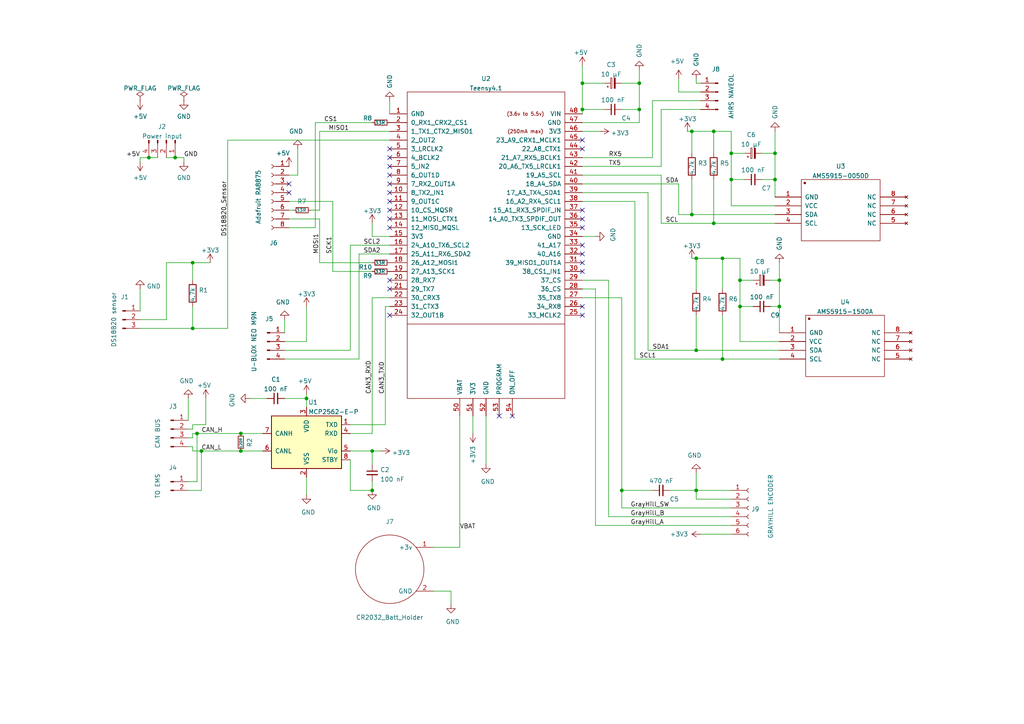
<source format=kicad_sch>
(kicad_sch (version 20211123) (generator eeschema)
  (paper "A4")
  (title_block (title "EFIS_03_KICAD6") (date "2022-03-29"))
  (lib_symbols
    (symbol "Connector:Conn_01x02_Male" (pin_names (offset 1.016) hide)
      (property "Reference" "J" (at 0 2.54 0))
      (property "Value" "Conn_01x02_Male" (at 0 -5.08 0))
      (symbol "Conn_01x02_Male_1_1"
        (polyline (pts (xy 1.27 -2.54) (xy 0.8636 -2.54)) (stroke (width 0.1524)))
        (polyline (pts (xy 1.27 0) (xy 0.8636 0)) (stroke (width 0.1524)))
        (rectangle (start 0.8636 -2.413) (end 0 -2.667) (stroke (width 0.1524)) (fill (type outline)))
        (rectangle (start 0.8636 0.127) (end 0 -0.127) (stroke (width 0.1524)) (fill (type outline)))
        (pin passive line (at 5.08 0 180) (length 3.81) (name "Pin_1") (number "1"))
        (pin passive line (at 5.08 -2.54 180) (length 3.81) (name "Pin_2") (number "2"))
      )
    )
    (symbol "Connector:Conn_01x03_Male" (pin_names (offset 1.016) hide)
      (property "Reference" "J" (at 0 5.08 0))
      (property "Value" "Conn_01x03_Male" (at 0 -5.08 0))
      (symbol "Conn_01x03_Male_1_1"
        (polyline (pts (xy 1.27 -2.54) (xy 0.8636 -2.54)) (stroke (width 0.1524)))
        (polyline (pts (xy 1.27 0) (xy 0.8636 0)) (stroke (width 0.1524)))
        (polyline (pts (xy 1.27 2.54) (xy 0.8636 2.54)) (stroke (width 0.1524)))
        (rectangle (start 0.8636 -2.413) (end 0 -2.667) (stroke (width 0.1524)) (fill (type outline)))
        (rectangle (start 0.8636 0.127) (end 0 -0.127) (stroke (width 0.1524)) (fill (type outline)))
        (rectangle (start 0.8636 2.667) (end 0 2.413) (stroke (width 0.1524)) (fill (type outline)))
        (pin passive line (at 5.08 2.54 180) (length 3.81) (name "Pin_1") (number "1"))
        (pin passive line (at 5.08 0 180) (length 3.81) (name "Pin_2") (number "2"))
        (pin passive line (at 5.08 -2.54 180) (length 3.81) (name "Pin_3") (number "3"))
      )
    )
    (symbol "Connector:Conn_01x04_Male" (pin_names (offset 1.016) hide)
      (property "Reference" "J" (at 0 5.08 0))
      (property "Value" "Conn_01x04_Male" (at 0 -7.62 0))
      (symbol "Conn_01x04_Male_1_1"
        (polyline (pts (xy 1.27 -5.08) (xy 0.8636 -5.08)) (stroke (width 0.1524)))
        (polyline (pts (xy 1.27 -2.54) (xy 0.8636 -2.54)) (stroke (width 0.1524)))
        (polyline (pts (xy 1.27 0) (xy 0.8636 0)) (stroke (width 0.1524)))
        (polyline (pts (xy 1.27 2.54) (xy 0.8636 2.54)) (stroke (width 0.1524)))
        (rectangle (start 0.8636 -4.953) (end 0 -5.207) (stroke (width 0.1524)) (fill (type outline)))
        (rectangle (start 0.8636 -2.413) (end 0 -2.667) (stroke (width 0.1524)) (fill (type outline)))
        (rectangle (start 0.8636 0.127) (end 0 -0.127) (stroke (width 0.1524)) (fill (type outline)))
        (rectangle (start 0.8636 2.667) (end 0 2.413) (stroke (width 0.1524)) (fill (type outline)))
        (pin passive line (at 5.08 2.54 180) (length 3.81) (name "Pin_1") (number "1"))
        (pin passive line (at 5.08 0 180) (length 3.81) (name "Pin_2") (number "2"))
        (pin passive line (at 5.08 -2.54 180) (length 3.81) (name "Pin_3") (number "3"))
        (pin passive line (at 5.08 -5.08 180) (length 3.81) (name "Pin_4") (number "4"))
      )
    )
    (symbol "Connector:Conn_01x06_Female" (pin_names (offset 1.016) hide)
      (property "Reference" "J" (at 0 7.62 0))
      (property "Value" "Conn_01x06_Female" (at 0 -10.16 0))
      (symbol "Conn_01x06_Female_1_1"
        (arc (start 0 -7.112) (mid -0.508 -7.62) (end 0 -8.128) (stroke (width 0.1524)))
        (arc (start 0 -4.572) (mid -0.508 -5.08) (end 0 -5.588) (stroke (width 0.1524)))
        (arc (start 0 -2.032) (mid -0.508 -2.54) (end 0 -3.048) (stroke (width 0.1524)))
        (polyline (pts (xy -1.27 -7.62) (xy -0.508 -7.62)) (stroke (width 0.1524)))
        (polyline (pts (xy -1.27 -5.08) (xy -0.508 -5.08)) (stroke (width 0.1524)))
        (polyline (pts (xy -1.27 -2.54) (xy -0.508 -2.54)) (stroke (width 0.1524)))
        (polyline (pts (xy -1.27 0) (xy -0.508 0)) (stroke (width 0.1524)))
        (polyline (pts (xy -1.27 2.54) (xy -0.508 2.54)) (stroke (width 0.1524)))
        (polyline (pts (xy -1.27 5.08) (xy -0.508 5.08)) (stroke (width 0.1524)))
        (arc (start 0 0.508) (mid -0.508 0) (end 0 -0.508) (stroke (width 0.1524)))
        (arc (start 0 3.048) (mid -0.508 2.54) (end 0 2.032) (stroke (width 0.1524)))
        (arc (start 0 5.588) (mid -0.508 5.08) (end 0 4.572) (stroke (width 0.1524)))
        (pin passive line (at -5.08 5.08 0) (length 3.81) (name "Pin_1") (number "1"))
        (pin passive line (at -5.08 2.54 0) (length 3.81) (name "Pin_2") (number "2"))
        (pin passive line (at -5.08 0 0) (length 3.81) (name "Pin_3") (number "3"))
        (pin passive line (at -5.08 -2.54 0) (length 3.81) (name "Pin_4") (number "4"))
        (pin passive line (at -5.08 -5.08 0) (length 3.81) (name "Pin_5") (number "5"))
        (pin passive line (at -5.08 -7.62 0) (length 3.81) (name "Pin_6") (number "6"))
      )
    )
    (symbol "Connector:Conn_01x08_Female" (pin_names (offset 1.016) hide)
      (property "Reference" "J" (at 0 10.16 0))
      (property "Value" "Conn_01x08_Female" (at 0 -12.7 0))
      (symbol "Conn_01x08_Female_1_1"
        (arc (start 0 -9.652) (mid -0.508 -10.16) (end 0 -10.668) (stroke (width 0.1524)))
        (arc (start 0 -7.112) (mid -0.508 -7.62) (end 0 -8.128) (stroke (width 0.1524)))
        (arc (start 0 -4.572) (mid -0.508 -5.08) (end 0 -5.588) (stroke (width 0.1524)))
        (arc (start 0 -2.032) (mid -0.508 -2.54) (end 0 -3.048) (stroke (width 0.1524)))
        (polyline (pts (xy -1.27 -10.16) (xy -0.508 -10.16)) (stroke (width 0.1524)))
        (polyline (pts (xy -1.27 -7.62) (xy -0.508 -7.62)) (stroke (width 0.1524)))
        (polyline (pts (xy -1.27 -5.08) (xy -0.508 -5.08)) (stroke (width 0.1524)))
        (polyline (pts (xy -1.27 -2.54) (xy -0.508 -2.54)) (stroke (width 0.1524)))
        (polyline (pts (xy -1.27 0) (xy -0.508 0)) (stroke (width 0.1524)))
        (polyline (pts (xy -1.27 2.54) (xy -0.508 2.54)) (stroke (width 0.1524)))
        (polyline (pts (xy -1.27 5.08) (xy -0.508 5.08)) (stroke (width 0.1524)))
        (polyline (pts (xy -1.27 7.62) (xy -0.508 7.62)) (stroke (width 0.1524)))
        (arc (start 0 0.508) (mid -0.508 0) (end 0 -0.508) (stroke (width 0.1524)))
        (arc (start 0 3.048) (mid -0.508 2.54) (end 0 2.032) (stroke (width 0.1524)))
        (arc (start 0 5.588) (mid -0.508 5.08) (end 0 4.572) (stroke (width 0.1524)))
        (arc (start 0 8.128) (mid -0.508 7.62) (end 0 7.112) (stroke (width 0.1524)))
        (pin passive line (at -5.08 7.62 0) (length 3.81) (name "Pin_1") (number "1"))
        (pin passive line (at -5.08 5.08 0) (length 3.81) (name "Pin_2") (number "2"))
        (pin passive line (at -5.08 2.54 0) (length 3.81) (name "Pin_3") (number "3"))
        (pin passive line (at -5.08 0 0) (length 3.81) (name "Pin_4") (number "4"))
        (pin passive line (at -5.08 -2.54 0) (length 3.81) (name "Pin_5") (number "5"))
        (pin passive line (at -5.08 -5.08 0) (length 3.81) (name "Pin_6") (number "6"))
        (pin passive line (at -5.08 -7.62 0) (length 3.81) (name "Pin_7") (number "7"))
        (pin passive line (at -5.08 -10.16 0) (length 3.81) (name "Pin_8") (number "8"))
      )
    )
    (symbol "Device:C_Polarized_Small" (pin_numbers hide) (pin_names (offset 0.254) hide)
      (property "Reference" "C" (at 0.254 1.778 0))
      (property "Value" "C_Polarized_Small" (at 0.254 -2.032 0))
      (symbol "C_Polarized_Small_0_1"
        (rectangle (start -1.524 -0.3048) (end 1.524 -0.6858) (fill (type outline)))
        (rectangle (start -1.524 0.6858) (end 1.524 0.3048))
        (polyline (pts (xy -1.27 1.524) (xy -0.762 1.524)))
        (polyline (pts (xy -1.016 1.27) (xy -1.016 1.778)))
      )
      (symbol "C_Polarized_Small_1_1"
        (pin passive line (at 0 2.54 270) (length 1.8542) (name "~") (number "1"))
        (pin passive line (at 0 -2.54 90) (length 1.8542) (name "~") (number "2"))
      )
    )
    (symbol "Device:C_Small" (pin_numbers hide) (pin_names (offset 0.254) hide)
      (property "Reference" "C" (at 0.254 1.778 0))
      (property "Value" "C_Small" (at 0.254 -2.032 0))
      (symbol "C_Small_0_1"
        (polyline (pts (xy -1.524 -0.508) (xy 1.524 -0.508)) (stroke (width 0.3302)))
        (polyline (pts (xy -1.524 0.508) (xy 1.524 0.508)) (stroke (width 0.3048)))
      )
      (symbol "C_Small_1_1"
        (pin passive line (at 0 2.54 270) (length 2.032) (name "~") (number "1"))
        (pin passive line (at 0 -2.54 90) (length 2.032) (name "~") (number "2"))
      )
    )
    (symbol "Device:R" (pin_numbers hide) (pin_names (offset 0))
      (property "Reference" "R" (at 2.032 0 90))
      (property "Value" "R" (at 0 0 90))
      (symbol "R_0_1"
        (rectangle (start -1.016 -2.54) (end 1.016 2.54) (stroke (width 0.254)))
      )
      (symbol "R_1_1"
        (pin passive line (at 0 3.81 270) (length 1.27) (name "~") (number "1"))
        (pin passive line (at 0 -3.81 90) (length 1.27) (name "~") (number "2"))
      )
    )
    (symbol "Device:R_Small" (pin_numbers hide) (pin_names (offset 0.254) hide)
      (property "Reference" "R" (at 0.762 0.508 0))
      (property "Value" "R_Small" (at 0.762 -1.016 0))
      (symbol "R_Small_0_1"
        (rectangle (start -0.762 1.778) (end 0.762 -1.778) (stroke (width 0.2032)))
      )
      (symbol "R_Small_1_1"
        (pin passive line (at 0 2.54 270) (length 0.762) (name "~") (number "1"))
        (pin passive line (at 0 -2.54 90) (length 0.762) (name "~") (number "2"))
      )
    )
    (symbol "Interface_CAN_LIN:MCP2562-E-P" (pin_names (offset 1.016))
      (property "Reference" "U" (at -10.16 8.89 0))
      (property "Value" "MCP2562-E-P" (at 2.54 8.89 0))
      (symbol "MCP2562-E-P_0_1"
        (rectangle (start -10.16 7.62) (end 10.16 -7.62) (stroke (width 0.254)) (fill (type background)))
      )
      (symbol "MCP2562-E-P_1_1"
        (pin input line (at -12.7 5.08 0) (length 2.54) (name "TXD") (number "1"))
        (pin power_in line (at 0 -10.16 90) (length 2.54) (name "VSS") (number "2"))
        (pin power_in line (at 0 10.16 270) (length 2.54) (name "VDD") (number "3"))
        (pin output line (at -12.7 2.54 0) (length 2.54) (name "RXD") (number "4"))
        (pin power_in line (at -12.7 -2.54 0) (length 2.54) (name "Vio") (number "5"))
        (pin bidirectional line (at 12.7 -2.54 180) (length 2.54) (name "CANL") (number "6"))
        (pin bidirectional line (at 12.7 2.54 180) (length 2.54) (name "CANH") (number "7"))
        (pin input line (at -12.7 -5.08 0) (length 2.54) (name "STBY") (number "8"))
      )
    )
    (symbol "My_Library:AMS5915-0050D" (pin_names (offset 1.016))
      (property "Reference" "U" (at 0 -2.54 0))
      (property "Value" "AMS5915-0050D" (at 0 -7.62 0))
      (symbol "AMS5915-0050D_0_1"
        (circle (center -10.414 7.874) (radius 0.2794) (fill (type outline)))
      )
      (symbol "AMS5915-0050D_1_0"
        (rectangle (start -11.43 -8.89) (end 11.43 8.89))
      )
      (symbol "AMS5915-0050D_1_1"
        (pin power_in line (at -19.05 3.81 0) (length 7.62) (name "GND") (number "1"))
        (pin power_in line (at -19.05 1.27 0) (length 7.62) (name "VCC") (number "2"))
        (pin open_collector line (at -19.05 -1.27 0) (length 7.62) (name "SDA") (number "3"))
        (pin open_collector line (at -19.05 -3.81 0) (length 7.62) (name "SCL") (number "4"))
        (pin no_connect line (at 19.05 -3.81 180) (length 7.62) (name "NC") (number "5"))
        (pin no_connect line (at 19.05 -1.27 180) (length 7.62) (name "NC") (number "6"))
        (pin no_connect line (at 19.05 1.27 180) (length 7.62) (name "NC") (number "7"))
        (pin no_connect line (at 19.05 3.81 180) (length 7.62) (name "NC") (number "8"))
      )
    )
    (symbol "My_Library:AMS5915-1500A" (pin_names (offset 1.016))
      (property "Reference" "U" (at 0 -2.54 0))
      (property "Value" "AMS5915-1500A" (at 0 -7.62 0))
      (symbol "AMS5915-1500A_0_1"
        (circle (center -10.414 7.874) (radius 0.2794) (fill (type outline)))
      )
      (symbol "AMS5915-1500A_1_0"
        (rectangle (start -11.43 -8.89) (end 11.43 8.89))
      )
      (symbol "AMS5915-1500A_1_1"
        (pin power_in line (at -19.05 3.81 0) (length 7.62) (name "GND") (number "1"))
        (pin power_in line (at -19.05 1.27 0) (length 7.62) (name "VCC") (number "2"))
        (pin open_collector line (at -19.05 -1.27 0) (length 7.62) (name "SDA") (number "3"))
        (pin open_collector line (at -19.05 -3.81 0) (length 7.62) (name "SCL") (number "4"))
        (pin no_connect line (at 19.05 -3.81 180) (length 7.62) (name "NC") (number "5"))
        (pin no_connect line (at 19.05 -1.27 180) (length 7.62) (name "NC") (number "6"))
        (pin no_connect line (at 19.05 1.27 180) (length 7.62) (name "NC") (number "7"))
        (pin no_connect line (at 19.05 3.81 180) (length 7.62) (name "NC") (number "8"))
      )
    )
    (symbol "My_Library:CR2032_Batt_Holder" (pin_names (offset 1.016))
      (property "Reference" "J" (at -1.27 2.54 0))
      (property "Value" "CR2032_Batt_Holder" (at 0 0 0))
      (symbol "CR2032_Batt_Holder_0_0"
        (pin bidirectional line (at 12.7 -7.62 180) (length 5.08) (name "+3v") (number "1"))
        (pin passive line (at 12.7 -20.32 180) (length 5.08) (name "GND") (number "2"))
      )
      (symbol "CR2032_Batt_Holder_0_1"
        (circle (center 0 -13.97) (radius 9.9314))
      )
    )
    (symbol "power:+3.3V" (power) (pin_names (offset 0))
      (property "Value" "+3.3V" (at 0 3.556 0))
      (symbol "+3.3V_0_1"
        (polyline (pts (xy -0.762 1.27) (xy 0 2.54)))
        (polyline (pts (xy 0 0) (xy 0 2.54)))
        (polyline (pts (xy 0 2.54) (xy 0.762 1.27)))
      )
      (symbol "+3.3V_1_1"
        (pin power_in line (at 0 0 90) (length 0) hide (name "+3V3") (number "1"))
      )
    )
    (symbol "power:+5V" (power) (pin_names (offset 0))
      (property "Value" "+5V" (at 0 3.556 0))
      (symbol "+5V_0_1"
        (polyline (pts (xy -0.762 1.27) (xy 0 2.54)))
        (polyline (pts (xy 0 0) (xy 0 2.54)))
        (polyline (pts (xy 0 2.54) (xy 0.762 1.27)))
      )
      (symbol "+5V_1_1"
        (pin power_in line (at 0 0 90) (length 0) hide (name "+5V") (number "1"))
      )
    )
    (symbol "power:GND" (power) (pin_names (offset 0))
      (property "Value" "GND" (at 0 -3.81 0))
      (symbol "GND_0_1"
        (polyline (pts (xy 0 0) (xy 0 -1.27) (xy 1.27 -1.27) (xy 0 -2.54) (xy -1.27 -1.27) (xy 0 -1.27)))
      )
      (symbol "GND_1_1"
        (pin power_in line (at 0 0 270) (length 0) hide (name "GND") (number "1"))
      )
    )
    (symbol "power:PWR_FLAG" (power) (pin_numbers hide) (pin_names (offset 0) hide)
      (property "Value" "PWR_FLAG" (at 0 3.81 0))
      (symbol "PWR_FLAG_0_0"
        (pin power_out line (at 0 0 90) (length 0) (name "pwr") (number "1"))
      )
      (symbol "PWR_FLAG_0_1"
        (polyline (pts (xy 0 0) (xy 0 1.27) (xy -1.016 1.905) (xy 0 2.54) (xy 1.016 1.905) (xy 0 1.27)))
      )
    )
    (symbol "teensy:Teensy4.1" (pin_names (offset 1.016))
      (property "Reference" "U" (at 0 64.77 0))
      (property "Value" "Teensy4.1" (at 0 62.23 0))
      (symbol "Teensy4.1_0_0"
        (polyline (pts (xy -22.86 -6.35) (xy 22.86 -6.35)))
        (text "(250mA max)" (at 11.43 49.53 0) (effects (font (size 1.016 1.016))))
        (text "(3.6v to 5.5v)" (at 11.43 54.61 0) (effects (font (size 1.016 1.016))))
        (pin bidirectional line (at -27.94 31.75 0) (length 5.08) (name "8_TX2_IN1") (number "10"))
        (pin bidirectional line (at -27.94 29.21 0) (length 5.08) (name "9_OUT1C") (number "11"))
        (pin bidirectional line (at -27.94 26.67 0) (length 5.08) (name "10_CS_MQSR") (number "12"))
        (pin bidirectional line (at -27.94 24.13 0) (length 5.08) (name "11_MOSI_CTX1") (number "13"))
        (pin bidirectional line (at -27.94 21.59 0) (length 5.08) (name "12_MISO_MQSL") (number "14"))
        (pin input line (at -27.94 19.05 0) (length 5.08) (name "3V3") (number "15"))
        (pin bidirectional line (at -27.94 16.51 0) (length 5.08) (name "24_A10_TX6_SCL2") (number "16"))
        (pin bidirectional line (at -27.94 13.97 0) (length 5.08) (name "25_A11_RX6_SDA2") (number "17"))
        (pin bidirectional line (at -27.94 11.43 0) (length 5.08) (name "26_A12_MOSI1") (number "18"))
        (pin bidirectional line (at -27.94 8.89 0) (length 5.08) (name "27_A13_SCK1") (number "19"))
        (pin bidirectional line (at -27.94 6.35 0) (length 5.08) (name "28_RX7") (number "20"))
        (pin bidirectional line (at -27.94 3.81 0) (length 5.08) (name "29_TX7") (number "21"))
        (pin bidirectional line (at -27.94 1.27 0) (length 5.08) (name "30_CRX3") (number "22"))
        (pin bidirectional line (at -27.94 -1.27 0) (length 5.08) (name "31_CTX3") (number "23"))
        (pin bidirectional line (at -27.94 -3.81 0) (length 5.08) (name "32_OUT1B") (number "24"))
        (pin bidirectional line (at 27.94 -3.81 180) (length 5.08) (name "33_MCLK2") (number "25"))
        (pin bidirectional line (at 27.94 -1.27 180) (length 5.08) (name "34_RX8") (number "26"))
        (pin bidirectional line (at 27.94 1.27 180) (length 5.08) (name "35_TX8") (number "27"))
        (pin bidirectional line (at 27.94 3.81 180) (length 5.08) (name "36_CS") (number "28"))
        (pin bidirectional line (at 27.94 6.35 180) (length 5.08) (name "37_CS") (number "29"))
        (pin bidirectional line (at 27.94 8.89 180) (length 5.08) (name "38_CS1_IN1") (number "30"))
        (pin bidirectional line (at 27.94 11.43 180) (length 5.08) (name "39_MISO1_OUT1A") (number "31"))
        (pin bidirectional line (at 27.94 13.97 180) (length 5.08) (name "40_A16") (number "32"))
        (pin bidirectional line (at 27.94 16.51 180) (length 5.08) (name "41_A17") (number "33"))
        (pin bidirectional line (at 27.94 21.59 180) (length 5.08) (name "13_SCK_LED") (number "35"))
        (pin bidirectional line (at 27.94 24.13 180) (length 5.08) (name "14_A0_TX3_SPDIF_OUT") (number "36"))
        (pin bidirectional line (at 27.94 26.67 180) (length 5.08) (name "15_A1_RX3_SPDIF_IN") (number "37"))
        (pin bidirectional line (at 27.94 29.21 180) (length 5.08) (name "16_A2_RX4_SCL1") (number "38"))
        (pin bidirectional line (at 27.94 31.75 180) (length 5.08) (name "17_A3_TX4_SDA1") (number "39"))
        (pin bidirectional line (at 27.94 34.29 180) (length 5.08) (name "18_A4_SDA") (number "40"))
        (pin bidirectional line (at 27.94 36.83 180) (length 5.08) (name "19_A5_SCL") (number "41"))
        (pin bidirectional line (at 27.94 39.37 180) (length 5.08) (name "20_A6_TX5_LRCLK1") (number "42"))
        (pin bidirectional line (at 27.94 41.91 180) (length 5.08) (name "21_A7_RX5_BCLK1") (number "43"))
        (pin bidirectional line (at 27.94 44.45 180) (length 5.08) (name "22_A8_CTX1") (number "44"))
        (pin bidirectional line (at 27.94 46.99 180) (length 5.08) (name "23_A9_CRX1_MCLK1") (number "45"))
        (pin power_out line (at 27.94 49.53 180) (length 5.08) (name "3V3") (number "46"))
        (pin power_in line (at 27.94 52.07 180) (length 5.08) (name "GND") (number "47"))
        (pin power_in line (at 27.94 54.61 180) (length 5.08) (name "VIN") (number "48"))
        (pin bidirectional line (at -27.94 44.45 0) (length 5.08) (name "3_LRCLK2") (number "5"))
        (pin bidirectional line (at -7.62 -33.02 90) (length 5.08) (name "VBAT") (number "50"))
        (pin input line (at -3.81 -33.02 90) (length 5.08) (name "3V3") (number "51"))
        (pin power_in line (at 0 -33.02 90) (length 5.08) (name "GND") (number "52"))
        (pin input line (at 3.81 -33.02 90) (length 5.08) (name "PROGRAM") (number "53"))
        (pin input line (at 7.62 -33.02 90) (length 5.08) (name "ON_OFF") (number "54"))
        (pin bidirectional line (at -27.94 41.91 0) (length 5.08) (name "4_BCLK2") (number "6"))
        (pin bidirectional line (at -27.94 39.37 0) (length 5.08) (name "5_IN2") (number "7"))
        (pin bidirectional line (at -27.94 36.83 0) (length 5.08) (name "6_OUT1D") (number "8"))
        (pin bidirectional line (at -27.94 34.29 0) (length 5.08) (name "7_RX2_OUT1A") (number "9"))
      )
      (symbol "Teensy4.1_0_1"
        (rectangle (start -22.86 60.96) (end 22.86 -27.94))
        (rectangle (start -20.32 -1.27) (end -20.32 -1.27))
      )
      (symbol "Teensy4.1_1_1"
        (pin power_in line (at -27.94 54.61 0) (length 5.08) (name "GND") (number "1"))
        (pin bidirectional line (at -27.94 52.07 0) (length 5.08) (name "0_RX1_CRX2_CS1") (number "2"))
        (pin bidirectional line (at -27.94 49.53 0) (length 5.08) (name "1_TX1_CTX2_MISO1") (number "3"))
        (pin power_in line (at 27.94 19.05 180) (length 5.08) (name "GND") (number "34"))
        (pin bidirectional line (at -27.94 46.99 0) (length 5.08) (name "2_OUT2") (number "4"))
      )
    )
  )
  (junction (at 185.42 31.75))
  (junction (at 69.85 130.81))
  (junction (at 214.63 81.28))
  (junction (at 168.91 24.13))
  (junction (at 107.95 142.24))
  (junction (at 224.79 52.07))
  (junction (at 207.01 38.1))
  (junction (at 88.9 115.57))
  (junction (at 55.88 95.25))
  (junction (at 200.66 62.23))
  (junction (at 107.95 130.81))
  (junction (at 55.88 76.2))
  (junction (at 201.93 142.24))
  (junction (at 226.06 88.9))
  (junction (at 226.06 81.28))
  (junction (at 201.93 101.6))
  (junction (at 200.66 38.1))
  (junction (at 180.34 142.24))
  (junction (at 69.85 125.73))
  (junction (at 57.15 125.73))
  (junction (at 212.09 44.45))
  (junction (at 168.91 31.75))
  (junction (at 58.42 130.81))
  (junction (at 214.63 88.9))
  (junction (at 209.55 74.93))
  (junction (at 224.79 44.45))
  (junction (at 50.8 45.72))
  (junction (at 207.01 64.77))
  (junction (at 43.18 45.72))
  (junction (at 201.93 74.93))
  (junction (at 212.09 52.07))
  (junction (at 185.42 24.13))
  (junction (at 209.55 104.14))
  (no_connect (at 113.03 55.88))
  (no_connect (at 113.03 58.42))
  (no_connect (at 113.03 60.96))
  (no_connect (at 113.03 63.5))
  (no_connect (at 113.03 66.04))
  (no_connect (at 113.03 43.18))
  (no_connect (at 113.03 45.72))
  (no_connect (at 113.03 48.26))
  (no_connect (at 113.03 50.8))
  (no_connect (at 113.03 53.34))
  (no_connect (at 113.03 81.28))
  (no_connect (at 113.03 83.82))
  (no_connect (at 113.03 91.44))
  (no_connect (at 148.59 120.65))
  (no_connect (at 144.78 120.65))
  (no_connect (at 168.91 43.18))
  (no_connect (at 168.91 40.64))
  (no_connect (at 168.91 73.66))
  (no_connect (at 168.91 71.12))
  (no_connect (at 168.91 66.04))
  (no_connect (at 168.91 63.5))
  (no_connect (at 168.91 60.96))
  (no_connect (at 168.91 91.44))
  (no_connect (at 168.91 88.9))
  (no_connect (at 168.91 78.74))
  (no_connect (at 168.91 76.2))
  (no_connect (at 83.82 53.34))
  (no_connect (at 83.82 55.88))
  (wire (pts (xy 189.23 45.72) (xy 168.91 45.72)))
  (wire (pts (xy 55.88 127) (xy 55.88 125.73)))
  (wire (pts (xy 201.93 74.93) (xy 209.55 74.93)))
  (wire (pts (xy 214.63 88.9) (xy 214.63 99.06)))
  (wire (pts (xy 200.66 62.23) (xy 196.85 62.23)))
  (wire (pts (xy 92.71 60.96) (xy 92.71 38.1)))
  (wire (pts (xy 168.91 31.75) (xy 175.26 31.75)))
  (wire (pts (xy 83.82 66.04) (xy 91.44 66.04)))
  (wire (pts (xy 40.64 83.82) (xy 40.64 90.17)))
  (wire (pts (xy 212.09 147.32) (xy 180.34 147.32)))
  (wire (pts (xy 88.9 99.06) (xy 88.9 88.9)))
  (wire (pts (xy 168.91 24.13) (xy 168.91 31.75)))
  (wire (pts (xy 88.9 115.57) (xy 88.9 118.11)))
  (wire (pts (xy 224.79 44.45) (xy 224.79 52.07)))
  (wire (pts (xy 72.39 115.57) (xy 77.47 115.57)))
  (wire (pts (xy 55.88 124.46) (xy 54.61 124.46)))
  (wire (pts (xy 207.01 38.1) (xy 212.09 38.1)))
  (wire (pts (xy 212.09 52.07) (xy 212.09 59.69)))
  (wire (pts (xy 40.64 95.25) (xy 55.88 95.25)))
  (wire (pts (xy 223.52 88.9) (xy 226.06 88.9)))
  (wire (pts (xy 212.09 144.78) (xy 201.93 144.78)))
  (wire (pts (xy 113.03 29.21) (xy 113.03 33.02)))
  (wire (pts (xy 48.26 92.71) (xy 48.26 76.2)))
  (wire (pts (xy 220.98 44.45) (xy 224.79 44.45)))
  (wire (pts (xy 168.91 38.1) (xy 173.99 38.1)))
  (wire (pts (xy 168.91 55.88) (xy 187.96 55.88)))
  (wire (pts (xy 83.82 60.96) (xy 85.09 60.96)))
  (wire (pts (xy 214.63 99.06) (xy 226.06 99.06)))
  (wire (pts (xy 226.06 81.28) (xy 226.06 88.9)))
  (wire (pts (xy 200.66 38.1) (xy 207.01 38.1)))
  (wire (pts (xy 111.76 123.19) (xy 111.76 88.9)))
  (wire (pts (xy 54.61 127) (xy 55.88 127)))
  (wire (pts (xy 207.01 64.77) (xy 191.77 64.77)))
  (wire (pts (xy 86.36 43.18) (xy 86.36 50.8)))
  (wire (pts (xy 212.09 52.07) (xy 215.9 52.07)))
  (wire (pts (xy 133.35 158.75) (xy 125.73 158.75)))
  (wire (pts (xy 203.2 29.21) (xy 189.23 29.21)))
  (wire (pts (xy 50.8 45.72) (xy 53.34 45.72)))
  (wire (pts (xy 212.09 59.69) (xy 224.79 59.69)))
  (wire (pts (xy 224.79 62.23) (xy 200.66 62.23)))
  (wire (pts (xy 168.91 68.58) (xy 172.72 68.58)))
  (wire (pts (xy 201.93 24.13) (xy 203.2 24.13)))
  (wire (pts (xy 168.91 35.56) (xy 185.42 35.56)))
  (wire (pts (xy 203.2 31.75) (xy 191.77 31.75)))
  (wire (pts (xy 57.15 139.7) (xy 54.61 139.7)))
  (wire (pts (xy 185.42 35.56) (xy 185.42 31.75)))
  (wire (pts (xy 96.52 78.74) (xy 107.95 78.74)))
  (wire (pts (xy 201.93 142.24) (xy 212.09 142.24)))
  (wire (pts (xy 201.93 144.78) (xy 201.93 142.24)))
  (wire (pts (xy 176.53 81.28) (xy 168.91 81.28)))
  (wire (pts (xy 59.69 123.19) (xy 55.88 123.19)))
  (wire (pts (xy 92.71 76.2) (xy 107.95 76.2)))
  (wire (pts (xy 101.6 133.35) (xy 101.6 142.24)))
  (wire (pts (xy 212.09 149.86) (xy 176.53 149.86)))
  (wire (pts (xy 57.15 125.73) (xy 69.85 125.73)))
  (wire (pts (xy 180.34 147.32) (xy 180.34 142.24)))
  (wire (pts (xy 207.01 52.07) (xy 207.01 64.77)))
  (wire (pts (xy 212.09 44.45) (xy 212.09 52.07)))
  (wire (pts (xy 207.01 38.1) (xy 207.01 44.45)))
  (wire (pts (xy 200.66 38.1) (xy 200.66 44.45)))
  (wire (pts (xy 224.79 64.77) (xy 207.01 64.77)))
  (wire (pts (xy 212.09 152.4) (xy 172.72 152.4)))
  (wire (pts (xy 58.42 130.81) (xy 58.42 142.24)))
  (wire (pts (xy 54.61 129.54) (xy 55.88 129.54)))
  (wire (pts (xy 43.18 45.72) (xy 40.64 45.72)))
  (wire (pts (xy 201.93 137.16) (xy 201.93 142.24)))
  (wire (pts (xy 201.93 101.6) (xy 226.06 101.6)))
  (wire (pts (xy 168.91 58.42) (xy 184.15 58.42)))
  (wire (pts (xy 187.96 55.88) (xy 187.96 101.6)))
  (wire (pts (xy 55.88 123.19) (xy 55.88 124.46)))
  (wire (pts (xy 48.26 45.72) (xy 50.8 45.72)))
  (wire (pts (xy 168.91 24.13) (xy 175.26 24.13)))
  (wire (pts (xy 209.55 104.14) (xy 184.15 104.14)))
  (wire (pts (xy 172.72 83.82) (xy 172.72 152.4)))
  (wire (pts (xy 82.55 115.57) (xy 88.9 115.57)))
  (wire (pts (xy 130.81 171.45) (xy 130.81 175.26)))
  (wire (pts (xy 96.52 58.42) (xy 96.52 78.74)))
  (wire (pts (xy 200.66 52.07) (xy 200.66 62.23)))
  (wire (pts (xy 92.71 38.1) (xy 113.03 38.1)))
  (wire (pts (xy 69.85 125.73) (xy 76.2 125.73)))
  (wire (pts (xy 113.03 40.64) (xy 66.04 40.64)))
  (wire (pts (xy 57.15 125.73) (xy 57.15 139.7)))
  (wire (pts (xy 187.96 101.6) (xy 201.93 101.6)))
  (wire (pts (xy 101.6 130.81) (xy 107.95 130.81)))
  (wire (pts (xy 191.77 64.77) (xy 191.77 50.8)))
  (wire (pts (xy 172.72 83.82) (xy 168.91 83.82)))
  (wire (pts (xy 55.88 76.2) (xy 60.96 76.2)))
  (wire (pts (xy 201.93 22.86) (xy 201.93 24.13)))
  (wire (pts (xy 224.79 52.07) (xy 224.79 57.15)))
  (wire (pts (xy 107.95 139.7) (xy 107.95 142.24)))
  (wire (pts (xy 194.31 142.24) (xy 201.93 142.24)))
  (wire (pts (xy 140.97 120.65) (xy 140.97 134.62)))
  (wire (pts (xy 111.76 88.9) (xy 113.03 88.9)))
  (wire (pts (xy 55.88 88.9) (xy 55.88 95.25)))
  (wire (pts (xy 90.17 60.96) (xy 92.71 60.96)))
  (wire (pts (xy 83.82 63.5) (xy 92.71 63.5)))
  (wire (pts (xy 226.06 76.2) (xy 226.06 81.28)))
  (wire (pts (xy 58.42 130.81) (xy 69.85 130.81)))
  (wire (pts (xy 214.63 88.9) (xy 218.44 88.9)))
  (wire (pts (xy 101.6 71.12) (xy 113.03 71.12)))
  (wire (pts (xy 168.91 86.36) (xy 180.34 86.36)))
  (wire (pts (xy 201.93 74.93) (xy 201.93 83.82)))
  (wire (pts (xy 168.91 31.75) (xy 168.91 33.02)))
  (wire (pts (xy 54.61 115.57) (xy 54.61 121.92)))
  (wire (pts (xy 55.88 125.73) (xy 57.15 125.73)))
  (wire (pts (xy 137.16 120.65) (xy 137.16 125.73)))
  (wire (pts (xy 180.34 31.75) (xy 185.42 31.75)))
  (wire (pts (xy 43.18 45.72) (xy 45.72 45.72)))
  (wire (pts (xy 104.14 104.14) (xy 104.14 73.66)))
  (wire (pts (xy 133.35 120.65) (xy 133.35 158.75)))
  (wire (pts (xy 196.85 22.86) (xy 196.85 26.67)))
  (wire (pts (xy 40.64 45.72) (xy 40.64 46.99)))
  (wire (pts (xy 107.95 125.73) (xy 107.95 86.36)))
  (wire (pts (xy 184.15 104.14) (xy 184.15 58.42)))
  (wire (pts (xy 53.34 45.72) (xy 53.34 46.99)))
  (wire (pts (xy 88.9 138.43) (xy 88.9 143.51)))
  (wire (pts (xy 91.44 66.04) (xy 91.44 35.56)))
  (wire (pts (xy 180.34 24.13) (xy 185.42 24.13)))
  (wire (pts (xy 214.63 81.28) (xy 214.63 88.9)))
  (wire (pts (xy 59.69 115.57) (xy 59.69 123.19)))
  (wire (pts (xy 201.93 91.44) (xy 201.93 101.6)))
  (wire (pts (xy 196.85 53.34) (xy 168.91 53.34)))
  (wire (pts (xy 125.73 171.45) (xy 130.81 171.45)))
  (wire (pts (xy 196.85 62.23) (xy 196.85 53.34)))
  (wire (pts (xy 48.26 76.2) (xy 55.88 76.2)))
  (wire (pts (xy 196.85 26.67) (xy 203.2 26.67)))
  (wire (pts (xy 223.52 81.28) (xy 226.06 81.28)))
  (wire (pts (xy 180.34 142.24) (xy 180.34 86.36)))
  (wire (pts (xy 40.64 92.71) (xy 48.26 92.71)))
  (wire (pts (xy 191.77 50.8) (xy 168.91 50.8)))
  (wire (pts (xy 82.55 101.6) (xy 101.6 101.6)))
  (wire (pts (xy 185.42 24.13) (xy 185.42 20.32)))
  (wire (pts (xy 220.98 52.07) (xy 224.79 52.07)))
  (wire (pts (xy 224.79 38.1) (xy 224.79 44.45)))
  (wire (pts (xy 55.88 76.2) (xy 55.88 81.28)))
  (wire (pts (xy 199.39 38.1) (xy 200.66 38.1)))
  (wire (pts (xy 226.06 104.14) (xy 209.55 104.14)))
  (wire (pts (xy 212.09 44.45) (xy 215.9 44.45)))
  (wire (pts (xy 107.95 130.81) (xy 110.49 130.81)))
  (wire (pts (xy 168.91 19.05) (xy 168.91 24.13)))
  (wire (pts (xy 107.95 64.77) (xy 107.95 68.58)))
  (wire (pts (xy 101.6 101.6) (xy 101.6 71.12)))
  (wire (pts (xy 101.6 123.19) (xy 111.76 123.19)))
  (wire (pts (xy 101.6 142.24) (xy 107.95 142.24)))
  (wire (pts (xy 82.55 99.06) (xy 88.9 99.06)))
  (wire (pts (xy 107.95 68.58) (xy 113.03 68.58)))
  (wire (pts (xy 82.55 104.14) (xy 104.14 104.14)))
  (wire (pts (xy 82.55 92.71) (xy 82.55 96.52)))
  (wire (pts (xy 91.44 35.56) (xy 107.95 35.56)))
  (wire (pts (xy 209.55 91.44) (xy 209.55 104.14)))
  (wire (pts (xy 86.36 50.8) (xy 83.82 50.8)))
  (wire (pts (xy 83.82 58.42) (xy 96.52 58.42)))
  (wire (pts (xy 214.63 81.28) (xy 218.44 81.28)))
  (wire (pts (xy 189.23 29.21) (xy 189.23 45.72)))
  (wire (pts (xy 191.77 31.75) (xy 191.77 48.26)))
  (wire (pts (xy 55.88 95.25) (xy 66.04 95.25)))
  (wire (pts (xy 168.91 48.26) (xy 191.77 48.26)))
  (wire (pts (xy 209.55 74.93) (xy 214.63 74.93)))
  (wire (pts (xy 212.09 38.1) (xy 212.09 44.45)))
  (wire (pts (xy 214.63 74.93) (xy 214.63 81.28)))
  (wire (pts (xy 226.06 88.9) (xy 226.06 96.52)))
  (wire (pts (xy 88.9 114.3) (xy 88.9 115.57)))
  (wire (pts (xy 69.85 130.81) (xy 76.2 130.81)))
  (wire (pts (xy 107.95 86.36) (xy 113.03 86.36)))
  (wire (pts (xy 107.95 130.81) (xy 107.95 134.62)))
  (wire (pts (xy 66.04 40.64) (xy 66.04 95.25)))
  (wire (pts (xy 92.71 63.5) (xy 92.71 76.2)))
  (wire (pts (xy 185.42 31.75) (xy 185.42 24.13)))
  (wire (pts (xy 203.2 154.94) (xy 212.09 154.94)))
  (wire (pts (xy 104.14 73.66) (xy 113.03 73.66)))
  (wire (pts (xy 55.88 129.54) (xy 55.88 130.81)))
  (wire (pts (xy 200.66 74.93) (xy 201.93 74.93)))
  (wire (pts (xy 58.42 142.24) (xy 54.61 142.24)))
  (wire (pts (xy 180.34 142.24) (xy 189.23 142.24)))
  (wire (pts (xy 55.88 130.81) (xy 58.42 130.81)))
  (wire (pts (xy 176.53 81.28) (xy 176.53 149.86)))
  (wire (pts (xy 209.55 74.93) (xy 209.55 83.82)))
  (wire (pts (xy 101.6 125.73) (xy 107.95 125.73)))
  (label "TX5" (at 176.53 48.26 0))
  (label "CAN_L" (at 58.42 130.81 0))
  (label "SCL" (at 193.04 64.77 0))
  (label "GND" (at 53.34 45.72 0))
  (label "GrayHill_SW" (at 182.88 147.32 0))
  (label "CAN_H" (at 58.42 125.73 0))
  (label "SCL2" (at 105.41 71.12 0))
  (label "GrayHill_A" (at 182.88 152.4 0))
  (label "CAN3_RXD" (at 107.95 114.3 90))
  (label "DS18B20_Sensor" (at 66.04 68.58 90))
  (label "SDA" (at 193.04 53.34 0))
  (label "RX5" (at 176.53 45.72 0))
  (label "SCK1" (at 96.52 73.66 90))
  (label "SCL1" (at 185.42 104.14 0))
  (label "CAN3_TXD" (at 111.76 114.3 90))
  (label "+5V" (at 40.64 45.72 180))
  (label "MOSI1" (at 92.71 73.66 90))
  (label "GrayHill_B" (at 182.88 149.86 0))
  (label "SDA1" (at 189.23 101.6 0))
  (label "CS1" (at 93.98 35.56 0))
  (label "VBAT" (at 133.35 153.67 0))
  (label "SDA2" (at 105.41 73.66 0))
  (label "MISO1" (at 95.25 38.1 0))
  (symbol (lib_id "teensy:Teensy4.1") (at 140.97 87.63 0) (unit 1)
    (property "Reference" "U2" (at 140.97 22.8305 0))
    (property "Value" "Teensy4.1" (at 140.97 25.6056 0))
    (property "Footprint" "teensy:Teensy41" (effects hide))
  )
  (symbol (lib_id "power:GND") (at 172.72 68.58 90) (unit 1)
    (property "Reference" "#PWR023" (effects hide))
    (property "Value" "GND" (at 177.8 66.04 0) (effects (justify right)))
  )
  (symbol (lib_id "Connector:Conn_01x04_Male") (at 208.28 26.67 0) (mirror y) (unit 1)
    (property "Reference" "J8" (at 207.645 20.0873 0))
    (property "Value" "AHRS NAVEOL" (at 212.09 27.94 90))
    (property "Footprint" "Connector_Molex:Molex_KK-254_AE-6410-04A_1x04_P2.54mm_Vertical" (effects hide))
  )
  (symbol (lib_id "Device:R_Small") (at 69.85 128.27 180) (unit 1)
    (property "Reference" "R2" (at 72.39 127 90) (effects (justify left)))
    (property "Value" "120R" (at 69.85 127 90) (effects (font (size 0.75 0.75)) (justify left)))
    (property "Footprint" "Resistor_SMD:R_1210_3225Metric_Pad1.30x2.65mm_HandSolder" (effects hide))
  )
  (symbol (lib_id "power:GND") (at 140.97 134.62 0) (unit 1)
    (property "Reference" "#PWR021" (effects hide))
    (property "Value" "GND" (at 143.51 139.7 0) (effects (justify right)))
  )
  (symbol (lib_id "Device:R") (at 200.66 48.26 0) (unit 1)
    (property "Reference" "R3" (at 202.438 47.3515 0) (effects (justify left)))
    (property "Value" "4.7k" (at 200.66 50.8 90) (effects (justify left)))
    (property "Footprint" "Resistor_SMD:R_1206_3216Metric_Pad1.30x1.75mm_HandSolder" (effects hide))
  )
  (symbol (lib_id "My_Library:AMS5915-1500A") (at 245.11 100.33 0) (unit 1)
    (property "Reference" "U4" (at 245.11 87.6005 0))
    (property "Value" "AMS5915-1500A" (at 245.11 90.3756 0))
    (property "Footprint" "teensy:doublePinSocket_2x04_P2.54mm_Vertical_W15.24mm" (effects hide))
  )
  (symbol (lib_id "Device:C_Small") (at 80.01 115.57 90) (unit 1)
    (property "Reference" "C1" (at 80.0163 110.0414 90))
    (property "Value" "100 nF" (at 80.0163 112.8165 90))
    (property "Footprint" "Capacitor_SMD:C_1206_3216Metric_Pad1.33x1.80mm_HandSolder" (effects hide))
  )
  (symbol (lib_id "power:GND") (at 107.95 142.24 0) (unit 1)
    (property "Reference" "#PWR016" (effects hide))
    (property "Value" "GND" (at 110.49 147.32 0) (effects (justify right)))
  )
  (symbol (lib_id "Connector:Conn_01x04_Male") (at 48.26 40.64 270) (unit 1)
    (property "Reference" "J2" (at 46.99 36.7243 90))
    (property "Value" "Power input" (at 46.99 39.4994 90))
    (property "Footprint" "Connector_Molex:Molex_KK-254_AE-6410-04A_1x04_P2.54mm_Vertical" (effects hide))
  )
  (symbol (lib_id "Device:R") (at 209.55 87.63 0) (unit 1)
    (property "Reference" "R6" (at 211.328 86.7215 0) (effects (justify left)))
    (property "Value" "4.7k" (at 209.55 90.17 90) (effects (justify left)))
    (property "Footprint" "Resistor_SMD:R_1206_3216Metric_Pad1.30x1.75mm_HandSolder" (effects hide))
  )
  (symbol (lib_id "Device:R") (at 207.01 48.26 0) (unit 1)
    (property "Reference" "R5" (at 208.788 47.3515 0) (effects (justify left)))
    (property "Value" "4.7k" (at 207.01 50.8 90) (effects (justify left)))
    (property "Footprint" "Resistor_SMD:R_1206_3216Metric_Pad1.30x1.75mm_HandSolder" (effects hide))
  )
  (symbol (lib_id "Connector:Conn_01x04_Male") (at 49.53 124.46 0) (unit 1)
    (property "Reference" "J3" (at 50.165 117.8773 0))
    (property "Value" "CAN BUS" (at 45.72 125.73 90))
    (property "Footprint" "Connector_Molex:Molex_KK-254_AE-6410-04A_1x04_P2.54mm_Vertical" (effects hide))
  )
  (symbol (lib_id "power:GND") (at 130.81 175.26 0) (unit 1)
    (property "Reference" "#PWR019" (effects hide))
    (property "Value" "GND" (at 133.35 180.34 0) (effects (justify right)))
  )
  (symbol (lib_id "power:GND") (at 185.42 20.32 180) (unit 1)
    (property "Reference" "#PWR025" (effects hide))
    (property "Value" "GND" (at 185.42 12.7 90) (effects (justify left)))
  )
  (symbol (lib_id "Device:R_Small") (at 110.49 35.56 90) (unit 1)
    (property "Reference" "R8" (at 107.95 34.29 90) (effects (justify left)))
    (property "Value" "33R" (at 111.76 35.56 90) (effects (font (size 1 1)) (justify left)))
    (property "Footprint" "Resistor_SMD:R_1206_3216Metric_Pad1.30x1.75mm_HandSolder" (effects hide))
  )
  (symbol (lib_id "power:+3.3V") (at 137.16 125.73 180) (unit 1)
    (property "Reference" "#PWR020" (effects hide))
    (property "Value" "+3.3V" (at 137.16 134.62 90) (effects (justify right)))
  )
  (symbol (lib_id "Device:C_Small") (at 177.8 31.75 90) (unit 1)
    (property "Reference" "C4" (at 181.61 34.29 90))
    (property "Value" "100 nF" (at 177.8063 28.9965 90))
    (property "Footprint" "Capacitor_SMD:C_1206_3216Metric_Pad1.33x1.80mm_HandSolder" (effects hide))
  )
  (symbol (lib_id "power:+3.3V") (at 107.95 64.77 0) (unit 1)
    (property "Reference" "#PWR015" (effects hide))
    (property "Value" "+3.3V" (at 107.95 61.1655 0))
  )
  (symbol (lib_id "Device:C_Polarized_Small") (at 177.8 24.13 90) (unit 1)
    (property "Reference" "C3" (at 177.2539 18.7665 90))
    (property "Value" "10 µF" (at 177.2539 21.5416 90))
    (property "Footprint" "Capacitor_Tantalum_SMD:CP_EIA-7343-31_Kemet-D_Pad2.25x2.55mm_HandSolder" (effects hide))
  )
  (symbol (lib_id "Connector:Conn_01x04_Male") (at 77.47 99.06 0) (unit 1)
    (property "Reference" "J5" (at 78.105 92.4773 0))
    (property "Value" "U-BLOX NEO M9N" (at 73.66 99.06 90))
    (property "Footprint" "Connector_Molex:Molex_KK-254_AE-6410-04A_1x04_P2.54mm_Vertical" (effects hide))
  )
  (symbol (lib_id "power:GND") (at 226.06 76.2 180) (unit 1)
    (property "Reference" "#PWR033" (effects hide))
    (property "Value" "GND" (at 226.06 68.58 90) (effects (justify left)))
  )
  (symbol (lib_id "power:+5V") (at 168.91 19.05 0) (unit 1)
    (property "Reference" "#PWR022" (effects hide))
    (property "Value" "+5V" (at 166.37 15.24 0) (effects (justify left)))
  )
  (symbol (lib_id "Device:C_Polarized_Small") (at 218.44 44.45 90) (unit 1)
    (property "Reference" "C6" (at 217.8939 39.0865 90))
    (property "Value" "10 µF" (at 217.8939 41.8616 90))
    (property "Footprint" "Capacitor_Tantalum_SMD:CP_EIA-7343-31_Kemet-D_Pad2.25x2.55mm_HandSolder" (effects hide))
  )
  (symbol (lib_id "power:GND") (at 82.55 92.71 180) (unit 1)
    (property "Reference" "#PWR010" (effects hide))
    (property "Value" "GND" (at 80.01 87.63 0) (effects (justify right)))
  )
  (symbol (lib_id "power:+3.3V") (at 60.96 76.2 0) (unit 1)
    (property "Reference" "#PWR08" (effects hide))
    (property "Value" "+3.3V" (at 60.96 72.5955 0))
  )
  (symbol (lib_id "power:GND") (at 40.64 83.82 180) (unit 1)
    (property "Reference" "#PWR03" (effects hide))
    (property "Value" "GND" (at 42.545 83.029 0) (effects (justify right)))
  )
  (symbol (lib_id "power:+5V") (at 40.64 46.99 180) (unit 1)
    (property "Reference" "#PWR02" (effects hide))
    (property "Value" "+5V" (at 40.64 51.5525 0))
  )
  (symbol (lib_id "Connector:Conn_01x08_Female") (at 78.74 55.88 0) (mirror y) (unit 1)
    (property "Reference" "J6" (at 79.375 70.4637 0))
    (property "Value" "Adafruit RA8875" (at 74.93 57.15 90))
    (property "Footprint" "Connector_PinSocket_2.54mm:PinSocket_1x08_P2.54mm_Vertical" (effects hide))
  )
  (symbol (lib_id "My_Library:AMS5915-0050D") (at 243.84 60.96 0) (unit 1)
    (property "Reference" "U3" (at 243.84 48.2305 0))
    (property "Value" "AMS5915-0050D" (at 243.84 51.0056 0))
    (property "Footprint" "teensy:doublePinSocket_2x04_P2.54mm_Vertical_W15.24mm" (effects hide))
  )
  (symbol (lib_id "Device:R_Small") (at 110.49 76.2 90) (unit 1)
    (property "Reference" "R10" (at 107.95 77.47 90) (effects (justify left)))
    (property "Value" "33R" (at 111.76 76.2 90) (effects (font (size 1 1)) (justify left)))
    (property "Footprint" "Resistor_SMD:R_1206_3216Metric_Pad1.30x1.75mm_HandSolder" (effects hide))
  )
  (symbol (lib_id "power:GND") (at 113.03 29.21 180) (unit 1)
    (property "Reference" "#PWR018" (effects hide))
    (property "Value" "GND" (at 113.03 21.59 90) (effects (justify left)))
  )
  (symbol (lib_id "power:GND") (at 201.93 22.86 180) (unit 1)
    (property "Reference" "#PWR029" (effects hide))
    (property "Value" "GND" (at 201.93 15.24 90) (effects (justify left)))
  )
  (symbol (lib_id "Connector:Conn_01x06_Female") (at 217.17 147.32 0) (unit 1)
    (property "Reference" "J9" (at 217.8812 147.6815 0) (effects (justify left)))
    (property "Value" "GRAYHILL ENCODER" (at 223.52 156.21 90) (effects (justify left)))
    (property "Footprint" "SamacSys_Parts:3380686" (effects hide))
  )
  (symbol (lib_id "power:+5V") (at 83.82 48.26 0) (unit 1)
    (property "Reference" "#PWR011" (effects hide))
    (property "Value" "+5V" (at 80.01 44.45 0) (effects (justify left)))
  )
  (symbol (lib_id "Device:C_Small") (at 220.98 88.9 90) (unit 1)
    (property "Reference" "C9" (at 224.79 91.44 90))
    (property "Value" "100 nF" (at 220.9863 86.1465 90))
    (property "Footprint" "Capacitor_SMD:C_1206_3216Metric_Pad1.33x1.80mm_HandSolder" (effects hide))
  )
  (symbol (lib_id "power:+3.3V") (at 173.99 38.1 270) (unit 1)
    (property "Reference" "#PWR024" (effects hide))
    (property "Value" "+3.3V" (at 177.165 38.579 90) (effects (justify left)))
  )
  (symbol (lib_id "power:GND") (at 53.34 46.99 0) (unit 1)
    (property "Reference" "#PWR05" (effects hide))
    (property "Value" "GND" (at 53.34 51.5525 0))
  )
  (symbol (lib_id "power:+5V") (at 59.69 115.57 0) (unit 1)
    (property "Reference" "#PWR07" (effects hide))
    (property "Value" "+5V" (at 57.15 111.76 0) (effects (justify left)))
  )
  (symbol (lib_id "Interface_CAN_LIN:MCP2562-E-P") (at 88.9 128.27 0) (mirror y) (unit 1)
    (property "Reference" "U1" (at 89.4206 116.6835 0) (effects (justify right)))
    (property "Value" "MCP2562-E-P" (at 89.4206 119.4586 0) (effects (justify right)))
    (property "Footprint" "Package_DIP:DIP-8_W7.62mm" (effects hide))
    (property "Datasheet" "http://ww1.microchip.com/downloads/en/DeviceDoc/25167A.pdf" (effects hide))
  )
  (symbol (lib_id "My_Library:CR2032_Batt_Holder") (at 113.03 151.13 0) (unit 1)
    (property "Reference" "J7" (at 113.03 151.3291 0))
    (property "Value" "CR2032_Batt_Holder" (at 113.03 179.07 0))
    (property "Footprint" "Battery:BatteryHolder_Keystone_103_1x20mm" (effects hide))
  )
  (symbol (lib_id "Device:C_Polarized_Small") (at 220.98 81.28 90) (unit 1)
    (property "Reference" "C8" (at 220.4339 75.9165 90))
    (property "Value" "10 µF" (at 220.4339 78.6916 90))
    (property "Footprint" "Capacitor_Tantalum_SMD:CP_EIA-7343-31_Kemet-D_Pad2.25x2.55mm_HandSolder" (effects hide))
  )
  (symbol (lib_id "power:+3.3V") (at 203.2 154.94 90) (unit 1)
    (property "Reference" "#PWR031" (effects hide))
    (property "Value" "+3.3V" (at 194.31 154.94 90) (effects (justify right)))
  )
  (symbol (lib_id "power:+5V") (at 196.85 22.86 0) (unit 1)
    (property "Reference" "#PWR026" (effects hide))
    (property "Value" "+5V" (at 194.31 17.78 0) (effects (justify left)))
  )
  (symbol (lib_id "power:+3.3V") (at 200.66 74.93 0) (unit 1)
    (property "Reference" "#PWR028" (effects hide))
    (property "Value" "+3.3V" (at 200.66 71.3255 0))
  )
  (symbol (lib_id "power:GND") (at 224.79 38.1 180) (unit 1)
    (property "Reference" "#PWR032" (effects hide))
    (property "Value" "GND" (at 224.79 30.48 90) (effects (justify left)))
  )
  (symbol (lib_id "Device:C_Small") (at 107.95 137.16 0) (unit 1)
    (property "Reference" "C2" (at 110.2741 136.2578 0) (effects (justify left)))
    (property "Value" "100 nF" (at 110.2741 139.0329 0) (effects (justify left)))
    (property "Footprint" "Capacitor_SMD:C_1206_3216Metric_Pad1.33x1.80mm_HandSolder" (effects hide))
  )
  (symbol (lib_id "Device:C_Small") (at 191.77 142.24 90) (unit 1)
    (property "Reference" "C5" (at 195.58 144.78 90))
    (property "Value" "470 nF" (at 191.7763 139.4865 90))
    (property "Footprint" "Capacitor_SMD:C_1206_3216Metric_Pad1.33x1.80mm_HandSolder" (effects hide))
  )
  (symbol (lib_id "Connector:Conn_01x02_Male") (at 49.53 139.7 0) (unit 1)
    (property "Reference" "J4" (at 50.165 135.6573 0))
    (property "Value" "TO EMS" (at 45.72 140.97 90))
    (property "Footprint" "Connector_Molex:Molex_KK-254_AE-6410-02A_1x02_P2.54mm_Vertical" (effects hide))
  )
  (symbol (lib_id "power:GND") (at 201.93 137.16 180) (unit 1)
    (property "Reference" "#PWR030" (effects hide))
    (property "Value" "GND" (at 199.39 132.08 0) (effects (justify right)))
  )
  (symbol (lib_id "power:+3.3V") (at 199.39 38.1 0) (unit 1)
    (property "Reference" "#PWR027" (effects hide))
    (property "Value" "+3.3V" (at 199.39 34.4955 0))
  )
  (symbol (lib_id "power:GND") (at 72.39 115.57 270) (unit 1)
    (property "Reference" "#PWR09" (effects hide))
    (property "Value" "GND" (at 67.31 118.11 0) (effects (justify right)))
  )
  (symbol (lib_id "Device:R") (at 55.88 85.09 0) (unit 1)
    (property "Reference" "R1" (at 57.658 84.1815 0) (effects (justify left)))
    (property "Value" "4.7k" (at 55.88 87.63 90) (effects (justify left)))
    (property "Footprint" "Resistor_SMD:R_1206_3216Metric_Pad1.30x1.75mm_HandSolder" (effects hide))
  )
  (symbol (lib_id "Device:C_Small") (at 218.44 52.07 90) (unit 1)
    (property "Reference" "C7" (at 222.25 54.61 90))
    (property "Value" "100 nF" (at 218.4463 49.3165 90))
    (property "Footprint" "Capacitor_SMD:C_1206_3216Metric_Pad1.33x1.80mm_HandSolder" (effects hide))
  )
  (symbol (lib_id "power:+3.3V") (at 88.9 88.9 0) (unit 1)
    (property "Reference" "#PWR013" (effects hide))
    (property "Value" "+3.3V" (at 88.9 85.2955 0))
  )
  (symbol (lib_id "power:+5V") (at 88.9 114.3 0) (unit 1)
    (property "Reference" "#PWR014" (effects hide))
    (property "Value" "+5V" (at 86.36 110.49 0) (effects (justify left)))
  )
  (symbol (lib_id "power:GND") (at 86.36 43.18 180) (unit 1)
    (property "Reference" "#PWR012" (effects hide))
    (property "Value" "GND" (at 83.82 38.1 0) (effects (justify right)))
  )
  (symbol (lib_id "Device:R_Small") (at 110.49 78.74 90) (unit 1)
    (property "Reference" "R9" (at 107.95 80.01 90) (effects (justify left)))
    (property "Value" "33R" (at 111.76 78.74 90) (effects (font (size 1 1)) (justify left)))
    (property "Footprint" "Resistor_SMD:R_1206_3216Metric_Pad1.30x1.75mm_HandSolder" (effects hide))
  )
  (symbol (lib_id "power:GND") (at 88.9 143.51 0) (unit 1)
    (property "Reference" "#PWR034" (effects hide))
    (property "Value" "GND" (at 91.44 148.59 0) (effects (justify right)))
  )
  (symbol (lib_id "Device:R_Small") (at 87.63 60.96 90) (unit 1)
    (property "Reference" "R7" (at 88.9 58.42 90) (effects (justify left)))
    (property "Value" "33R" (at 88.9 60.96 90) (effects (font (size 1 1)) (justify left)))
    (property "Footprint" "Resistor_SMD:R_1206_3216Metric_Pad1.30x1.75mm_HandSolder" (effects hide))
  )
  (symbol (lib_id "power:GND") (at 53.34 29.21 0) (unit 1)
    (property "Reference" "#PWR04" (effects hide))
    (property "Value" "GND" (at 53.34 33.7725 0))
  )
  (symbol (lib_id "power:+5V") (at 40.64 29.21 180) (unit 1)
    (property "Reference" "#PWR01" (effects hide))
    (property "Value" "+5V" (at 40.64 33.7725 0))
  )
  (symbol (lib_id "power:GND") (at 54.61 115.57 180) (unit 1)
    (property "Reference" "#PWR06" (effects hide))
    (property "Value" "GND" (at 52.07 110.49 0) (effects (justify right)))
  )
  (symbol (lib_id "power:+3.3V") (at 110.49 130.81 270) (unit 1)
    (property "Reference" "#PWR017" (effects hide))
    (property "Value" "+3.3V" (at 113.665 131.289 90) (effects (justify left)))
  )
  (symbol (lib_id "power:PWR_FLAG") (at 53.34 29.21 0) (unit 1)
    (property "Reference" "#FLG02" (effects hide))
    (property "Value" "PWR_FLAG" (at 53.34 25.6055 0))
  )
  (symbol (lib_id "Device:R") (at 201.93 87.63 0) (unit 1)
    (property "Reference" "R4" (at 203.708 86.7215 0) (effects (justify left)))
    (property "Value" "4.7k" (at 201.93 90.17 90) (effects (justify left)))
    (property "Footprint" "Resistor_SMD:R_1206_3216Metric_Pad1.30x1.75mm_HandSolder" (effects hide))
  )
  (symbol (lib_id "power:PWR_FLAG") (at 40.64 29.21 0) (unit 1)
    (property "Reference" "#FLG01" (effects hide))
    (property "Value" "PWR_FLAG" (at 40.64 25.6055 0))
  )
  (symbol (lib_id "Connector:Conn_01x03_Male") (at 35.56 92.71 0) (unit 1)
    (property "Reference" "J1" (at 36.195 86.1273 0))
    (property "Value" "DS18B20 sensor" (at 33.02 92.71 90))
    (property "Footprint" "Connector_Molex:Molex_KK-254_AE-6410-03A_1x03_P2.54mm_Vertical" (effects hide))
  )
)
</source>
